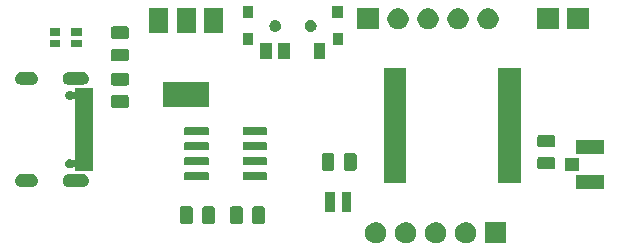
<source format=gbr>
G04 #@! TF.GenerationSoftware,KiCad,Pcbnew,5.1.5*
G04 #@! TF.CreationDate,2020-01-06T16:37:44-06:00*
G04 #@! TF.ProjectId,ATGM336H,4154474d-3333-4364-982e-6b696361645f,rev?*
G04 #@! TF.SameCoordinates,Original*
G04 #@! TF.FileFunction,Soldermask,Top*
G04 #@! TF.FilePolarity,Negative*
%FSLAX46Y46*%
G04 Gerber Fmt 4.6, Leading zero omitted, Abs format (unit mm)*
G04 Created by KiCad (PCBNEW 5.1.5) date 2020-01-06 16:37:44*
%MOMM*%
%LPD*%
G04 APERTURE LIST*
%ADD10C,0.100000*%
G04 APERTURE END LIST*
D10*
G36*
X148221000Y-74901000D02*
G01*
X146419000Y-74901000D01*
X146419000Y-73099000D01*
X148221000Y-73099000D01*
X148221000Y-74901000D01*
G37*
G36*
X142353512Y-73103927D02*
G01*
X142502812Y-73133624D01*
X142666784Y-73201544D01*
X142814354Y-73300147D01*
X142939853Y-73425646D01*
X143038456Y-73573216D01*
X143106376Y-73737188D01*
X143141000Y-73911259D01*
X143141000Y-74088741D01*
X143106376Y-74262812D01*
X143038456Y-74426784D01*
X142939853Y-74574354D01*
X142814354Y-74699853D01*
X142666784Y-74798456D01*
X142502812Y-74866376D01*
X142353512Y-74896073D01*
X142328742Y-74901000D01*
X142151258Y-74901000D01*
X142126488Y-74896073D01*
X141977188Y-74866376D01*
X141813216Y-74798456D01*
X141665646Y-74699853D01*
X141540147Y-74574354D01*
X141441544Y-74426784D01*
X141373624Y-74262812D01*
X141339000Y-74088741D01*
X141339000Y-73911259D01*
X141373624Y-73737188D01*
X141441544Y-73573216D01*
X141540147Y-73425646D01*
X141665646Y-73300147D01*
X141813216Y-73201544D01*
X141977188Y-73133624D01*
X142126488Y-73103927D01*
X142151258Y-73099000D01*
X142328742Y-73099000D01*
X142353512Y-73103927D01*
G37*
G36*
X139813512Y-73103927D02*
G01*
X139962812Y-73133624D01*
X140126784Y-73201544D01*
X140274354Y-73300147D01*
X140399853Y-73425646D01*
X140498456Y-73573216D01*
X140566376Y-73737188D01*
X140601000Y-73911259D01*
X140601000Y-74088741D01*
X140566376Y-74262812D01*
X140498456Y-74426784D01*
X140399853Y-74574354D01*
X140274354Y-74699853D01*
X140126784Y-74798456D01*
X139962812Y-74866376D01*
X139813512Y-74896073D01*
X139788742Y-74901000D01*
X139611258Y-74901000D01*
X139586488Y-74896073D01*
X139437188Y-74866376D01*
X139273216Y-74798456D01*
X139125646Y-74699853D01*
X139000147Y-74574354D01*
X138901544Y-74426784D01*
X138833624Y-74262812D01*
X138799000Y-74088741D01*
X138799000Y-73911259D01*
X138833624Y-73737188D01*
X138901544Y-73573216D01*
X139000147Y-73425646D01*
X139125646Y-73300147D01*
X139273216Y-73201544D01*
X139437188Y-73133624D01*
X139586488Y-73103927D01*
X139611258Y-73099000D01*
X139788742Y-73099000D01*
X139813512Y-73103927D01*
G37*
G36*
X137273512Y-73103927D02*
G01*
X137422812Y-73133624D01*
X137586784Y-73201544D01*
X137734354Y-73300147D01*
X137859853Y-73425646D01*
X137958456Y-73573216D01*
X138026376Y-73737188D01*
X138061000Y-73911259D01*
X138061000Y-74088741D01*
X138026376Y-74262812D01*
X137958456Y-74426784D01*
X137859853Y-74574354D01*
X137734354Y-74699853D01*
X137586784Y-74798456D01*
X137422812Y-74866376D01*
X137273512Y-74896073D01*
X137248742Y-74901000D01*
X137071258Y-74901000D01*
X137046488Y-74896073D01*
X136897188Y-74866376D01*
X136733216Y-74798456D01*
X136585646Y-74699853D01*
X136460147Y-74574354D01*
X136361544Y-74426784D01*
X136293624Y-74262812D01*
X136259000Y-74088741D01*
X136259000Y-73911259D01*
X136293624Y-73737188D01*
X136361544Y-73573216D01*
X136460147Y-73425646D01*
X136585646Y-73300147D01*
X136733216Y-73201544D01*
X136897188Y-73133624D01*
X137046488Y-73103927D01*
X137071258Y-73099000D01*
X137248742Y-73099000D01*
X137273512Y-73103927D01*
G37*
G36*
X144893512Y-73103927D02*
G01*
X145042812Y-73133624D01*
X145206784Y-73201544D01*
X145354354Y-73300147D01*
X145479853Y-73425646D01*
X145578456Y-73573216D01*
X145646376Y-73737188D01*
X145681000Y-73911259D01*
X145681000Y-74088741D01*
X145646376Y-74262812D01*
X145578456Y-74426784D01*
X145479853Y-74574354D01*
X145354354Y-74699853D01*
X145206784Y-74798456D01*
X145042812Y-74866376D01*
X144893512Y-74896073D01*
X144868742Y-74901000D01*
X144691258Y-74901000D01*
X144666488Y-74896073D01*
X144517188Y-74866376D01*
X144353216Y-74798456D01*
X144205646Y-74699853D01*
X144080147Y-74574354D01*
X143981544Y-74426784D01*
X143913624Y-74262812D01*
X143879000Y-74088741D01*
X143879000Y-73911259D01*
X143913624Y-73737188D01*
X143981544Y-73573216D01*
X144080147Y-73425646D01*
X144205646Y-73300147D01*
X144353216Y-73201544D01*
X144517188Y-73133624D01*
X144666488Y-73103927D01*
X144691258Y-73099000D01*
X144868742Y-73099000D01*
X144893512Y-73103927D01*
G37*
G36*
X121496968Y-71753565D02*
G01*
X121535638Y-71765296D01*
X121571277Y-71784346D01*
X121602517Y-71809983D01*
X121628154Y-71841223D01*
X121647204Y-71876862D01*
X121658935Y-71915532D01*
X121663500Y-71961888D01*
X121663500Y-73038112D01*
X121658935Y-73084468D01*
X121647204Y-73123138D01*
X121628154Y-73158777D01*
X121602517Y-73190017D01*
X121571277Y-73215654D01*
X121535638Y-73234704D01*
X121496968Y-73246435D01*
X121450612Y-73251000D01*
X120799388Y-73251000D01*
X120753032Y-73246435D01*
X120714362Y-73234704D01*
X120678723Y-73215654D01*
X120647483Y-73190017D01*
X120621846Y-73158777D01*
X120602796Y-73123138D01*
X120591065Y-73084468D01*
X120586500Y-73038112D01*
X120586500Y-71961888D01*
X120591065Y-71915532D01*
X120602796Y-71876862D01*
X120621846Y-71841223D01*
X120647483Y-71809983D01*
X120678723Y-71784346D01*
X120714362Y-71765296D01*
X120753032Y-71753565D01*
X120799388Y-71749000D01*
X121450612Y-71749000D01*
X121496968Y-71753565D01*
G37*
G36*
X123371968Y-71753565D02*
G01*
X123410638Y-71765296D01*
X123446277Y-71784346D01*
X123477517Y-71809983D01*
X123503154Y-71841223D01*
X123522204Y-71876862D01*
X123533935Y-71915532D01*
X123538500Y-71961888D01*
X123538500Y-73038112D01*
X123533935Y-73084468D01*
X123522204Y-73123138D01*
X123503154Y-73158777D01*
X123477517Y-73190017D01*
X123446277Y-73215654D01*
X123410638Y-73234704D01*
X123371968Y-73246435D01*
X123325612Y-73251000D01*
X122674388Y-73251000D01*
X122628032Y-73246435D01*
X122589362Y-73234704D01*
X122553723Y-73215654D01*
X122522483Y-73190017D01*
X122496846Y-73158777D01*
X122477796Y-73123138D01*
X122466065Y-73084468D01*
X122461500Y-73038112D01*
X122461500Y-71961888D01*
X122466065Y-71915532D01*
X122477796Y-71876862D01*
X122496846Y-71841223D01*
X122522483Y-71809983D01*
X122553723Y-71784346D01*
X122589362Y-71765296D01*
X122628032Y-71753565D01*
X122674388Y-71749000D01*
X123325612Y-71749000D01*
X123371968Y-71753565D01*
G37*
G36*
X127609468Y-71753565D02*
G01*
X127648138Y-71765296D01*
X127683777Y-71784346D01*
X127715017Y-71809983D01*
X127740654Y-71841223D01*
X127759704Y-71876862D01*
X127771435Y-71915532D01*
X127776000Y-71961888D01*
X127776000Y-73038112D01*
X127771435Y-73084468D01*
X127759704Y-73123138D01*
X127740654Y-73158777D01*
X127715017Y-73190017D01*
X127683777Y-73215654D01*
X127648138Y-73234704D01*
X127609468Y-73246435D01*
X127563112Y-73251000D01*
X126911888Y-73251000D01*
X126865532Y-73246435D01*
X126826862Y-73234704D01*
X126791223Y-73215654D01*
X126759983Y-73190017D01*
X126734346Y-73158777D01*
X126715296Y-73123138D01*
X126703565Y-73084468D01*
X126699000Y-73038112D01*
X126699000Y-71961888D01*
X126703565Y-71915532D01*
X126715296Y-71876862D01*
X126734346Y-71841223D01*
X126759983Y-71809983D01*
X126791223Y-71784346D01*
X126826862Y-71765296D01*
X126865532Y-71753565D01*
X126911888Y-71749000D01*
X127563112Y-71749000D01*
X127609468Y-71753565D01*
G37*
G36*
X125734468Y-71753565D02*
G01*
X125773138Y-71765296D01*
X125808777Y-71784346D01*
X125840017Y-71809983D01*
X125865654Y-71841223D01*
X125884704Y-71876862D01*
X125896435Y-71915532D01*
X125901000Y-71961888D01*
X125901000Y-73038112D01*
X125896435Y-73084468D01*
X125884704Y-73123138D01*
X125865654Y-73158777D01*
X125840017Y-73190017D01*
X125808777Y-73215654D01*
X125773138Y-73234704D01*
X125734468Y-73246435D01*
X125688112Y-73251000D01*
X125036888Y-73251000D01*
X124990532Y-73246435D01*
X124951862Y-73234704D01*
X124916223Y-73215654D01*
X124884983Y-73190017D01*
X124859346Y-73158777D01*
X124840296Y-73123138D01*
X124828565Y-73084468D01*
X124824000Y-73038112D01*
X124824000Y-71961888D01*
X124828565Y-71915532D01*
X124840296Y-71876862D01*
X124859346Y-71841223D01*
X124884983Y-71809983D01*
X124916223Y-71784346D01*
X124951862Y-71765296D01*
X124990532Y-71753565D01*
X125036888Y-71749000D01*
X125688112Y-71749000D01*
X125734468Y-71753565D01*
G37*
G36*
X133701000Y-72241000D02*
G01*
X132899000Y-72241000D01*
X132899000Y-70559000D01*
X133701000Y-70559000D01*
X133701000Y-72241000D01*
G37*
G36*
X135101000Y-72241000D02*
G01*
X134299000Y-72241000D01*
X134299000Y-70559000D01*
X135101000Y-70559000D01*
X135101000Y-72241000D01*
G37*
G36*
X156453500Y-70251000D02*
G01*
X154151500Y-70251000D01*
X154151500Y-69099000D01*
X156453500Y-69099000D01*
X156453500Y-70251000D01*
G37*
G36*
X108108015Y-69026973D02*
G01*
X108211879Y-69058479D01*
X108239055Y-69073005D01*
X108307600Y-69109643D01*
X108391501Y-69178499D01*
X108460357Y-69262400D01*
X108496995Y-69330945D01*
X108511521Y-69358121D01*
X108543027Y-69461985D01*
X108553666Y-69570000D01*
X108543027Y-69678015D01*
X108511521Y-69781879D01*
X108511519Y-69781882D01*
X108460357Y-69877600D01*
X108391501Y-69961501D01*
X108307600Y-70030357D01*
X108239055Y-70066995D01*
X108211879Y-70081521D01*
X108108015Y-70113027D01*
X108027067Y-70121000D01*
X107172933Y-70121000D01*
X107091985Y-70113027D01*
X106988121Y-70081521D01*
X106960945Y-70066995D01*
X106892400Y-70030357D01*
X106808499Y-69961501D01*
X106739643Y-69877600D01*
X106688481Y-69781882D01*
X106688479Y-69781879D01*
X106656973Y-69678015D01*
X106646334Y-69570000D01*
X106656973Y-69461985D01*
X106688479Y-69358121D01*
X106703005Y-69330945D01*
X106739643Y-69262400D01*
X106808499Y-69178499D01*
X106892400Y-69109643D01*
X106960945Y-69073005D01*
X106988121Y-69058479D01*
X107091985Y-69026973D01*
X107172933Y-69019000D01*
X108027067Y-69019000D01*
X108108015Y-69026973D01*
G37*
G36*
X112408015Y-69026973D02*
G01*
X112511879Y-69058479D01*
X112539055Y-69073005D01*
X112607600Y-69109643D01*
X112691501Y-69178499D01*
X112760357Y-69262400D01*
X112796995Y-69330945D01*
X112811521Y-69358121D01*
X112843027Y-69461985D01*
X112853666Y-69570000D01*
X112843027Y-69678015D01*
X112811521Y-69781879D01*
X112811519Y-69781882D01*
X112760357Y-69877600D01*
X112691501Y-69961501D01*
X112607600Y-70030357D01*
X112539055Y-70066995D01*
X112511879Y-70081521D01*
X112408015Y-70113027D01*
X112327067Y-70121000D01*
X111172933Y-70121000D01*
X111091985Y-70113027D01*
X110988121Y-70081521D01*
X110960945Y-70066995D01*
X110892400Y-70030357D01*
X110808499Y-69961501D01*
X110739643Y-69877600D01*
X110688481Y-69781882D01*
X110688479Y-69781879D01*
X110656973Y-69678015D01*
X110646334Y-69570000D01*
X110656973Y-69461985D01*
X110688479Y-69358121D01*
X110703005Y-69330945D01*
X110739643Y-69262400D01*
X110808499Y-69178499D01*
X110892400Y-69109643D01*
X110960945Y-69073005D01*
X110988121Y-69058479D01*
X111091985Y-69026973D01*
X111172933Y-69019000D01*
X112327067Y-69019000D01*
X112408015Y-69026973D01*
G37*
G36*
X149451000Y-69751000D02*
G01*
X147549000Y-69751000D01*
X147549000Y-60049000D01*
X149451000Y-60049000D01*
X149451000Y-69751000D01*
G37*
G36*
X139751000Y-69751000D02*
G01*
X137849000Y-69751000D01*
X137849000Y-60049000D01*
X139751000Y-60049000D01*
X139751000Y-69751000D01*
G37*
G36*
X122919928Y-68866764D02*
G01*
X122941009Y-68873160D01*
X122960445Y-68883548D01*
X122977476Y-68897524D01*
X122991452Y-68914555D01*
X123001840Y-68933991D01*
X123008236Y-68955072D01*
X123011000Y-68983140D01*
X123011000Y-69446860D01*
X123008236Y-69474928D01*
X123001840Y-69496009D01*
X122991452Y-69515445D01*
X122977476Y-69532476D01*
X122960445Y-69546452D01*
X122941009Y-69556840D01*
X122919928Y-69563236D01*
X122891860Y-69566000D01*
X121078140Y-69566000D01*
X121050072Y-69563236D01*
X121028991Y-69556840D01*
X121009555Y-69546452D01*
X120992524Y-69532476D01*
X120978548Y-69515445D01*
X120968160Y-69496009D01*
X120961764Y-69474928D01*
X120959000Y-69446860D01*
X120959000Y-68983140D01*
X120961764Y-68955072D01*
X120968160Y-68933991D01*
X120978548Y-68914555D01*
X120992524Y-68897524D01*
X121009555Y-68883548D01*
X121028991Y-68873160D01*
X121050072Y-68866764D01*
X121078140Y-68864000D01*
X122891860Y-68864000D01*
X122919928Y-68866764D01*
G37*
G36*
X127869928Y-68866764D02*
G01*
X127891009Y-68873160D01*
X127910445Y-68883548D01*
X127927476Y-68897524D01*
X127941452Y-68914555D01*
X127951840Y-68933991D01*
X127958236Y-68955072D01*
X127961000Y-68983140D01*
X127961000Y-69446860D01*
X127958236Y-69474928D01*
X127951840Y-69496009D01*
X127941452Y-69515445D01*
X127927476Y-69532476D01*
X127910445Y-69546452D01*
X127891009Y-69556840D01*
X127869928Y-69563236D01*
X127841860Y-69566000D01*
X126028140Y-69566000D01*
X126000072Y-69563236D01*
X125978991Y-69556840D01*
X125959555Y-69546452D01*
X125942524Y-69532476D01*
X125928548Y-69515445D01*
X125918160Y-69496009D01*
X125911764Y-69474928D01*
X125909000Y-69446860D01*
X125909000Y-68983140D01*
X125911764Y-68955072D01*
X125918160Y-68933991D01*
X125928548Y-68914555D01*
X125942524Y-68897524D01*
X125959555Y-68883548D01*
X125978991Y-68873160D01*
X126000072Y-68866764D01*
X126028140Y-68864000D01*
X127841860Y-68864000D01*
X127869928Y-68866764D01*
G37*
G36*
X133496968Y-67253565D02*
G01*
X133535638Y-67265296D01*
X133571277Y-67284346D01*
X133602517Y-67309983D01*
X133628154Y-67341223D01*
X133647204Y-67376862D01*
X133658935Y-67415532D01*
X133663500Y-67461888D01*
X133663500Y-68538112D01*
X133658935Y-68584468D01*
X133647204Y-68623138D01*
X133628154Y-68658777D01*
X133602517Y-68690017D01*
X133571277Y-68715654D01*
X133535638Y-68734704D01*
X133496968Y-68746435D01*
X133450612Y-68751000D01*
X132799388Y-68751000D01*
X132753032Y-68746435D01*
X132714362Y-68734704D01*
X132678723Y-68715654D01*
X132647483Y-68690017D01*
X132621846Y-68658777D01*
X132602796Y-68623138D01*
X132591065Y-68584468D01*
X132586500Y-68538112D01*
X132586500Y-67461888D01*
X132591065Y-67415532D01*
X132602796Y-67376862D01*
X132621846Y-67341223D01*
X132647483Y-67309983D01*
X132678723Y-67284346D01*
X132714362Y-67265296D01*
X132753032Y-67253565D01*
X132799388Y-67249000D01*
X133450612Y-67249000D01*
X133496968Y-67253565D01*
G37*
G36*
X154376000Y-68751000D02*
G01*
X153224000Y-68751000D01*
X153224000Y-67649000D01*
X154376000Y-67649000D01*
X154376000Y-68751000D01*
G37*
G36*
X113201000Y-68751000D02*
G01*
X111699000Y-68751000D01*
X111699000Y-68524518D01*
X111696598Y-68500132D01*
X111689485Y-68476683D01*
X111677934Y-68455072D01*
X111662389Y-68436130D01*
X111643447Y-68420585D01*
X111621836Y-68409034D01*
X111598387Y-68401921D01*
X111574001Y-68399519D01*
X111549615Y-68401921D01*
X111526166Y-68409034D01*
X111504555Y-68420585D01*
X111494473Y-68428859D01*
X111489687Y-68432057D01*
X111489686Y-68432058D01*
X111428103Y-68473207D01*
X111359675Y-68501550D01*
X111359674Y-68501550D01*
X111359672Y-68501551D01*
X111287034Y-68516000D01*
X111212966Y-68516000D01*
X111140328Y-68501551D01*
X111140326Y-68501550D01*
X111140325Y-68501550D01*
X111071897Y-68473207D01*
X111010314Y-68432058D01*
X110957942Y-68379686D01*
X110916793Y-68318103D01*
X110888450Y-68249675D01*
X110887609Y-68245445D01*
X110874000Y-68177034D01*
X110874000Y-68102966D01*
X110888449Y-68030328D01*
X110888450Y-68030325D01*
X110916793Y-67961897D01*
X110957942Y-67900314D01*
X111010314Y-67847942D01*
X111071897Y-67806793D01*
X111140325Y-67778450D01*
X111140326Y-67778450D01*
X111140328Y-67778449D01*
X111212966Y-67764000D01*
X111287034Y-67764000D01*
X111359672Y-67778449D01*
X111359674Y-67778450D01*
X111359675Y-67778450D01*
X111428103Y-67806793D01*
X111489686Y-67847942D01*
X111489687Y-67847943D01*
X111494473Y-67851141D01*
X111504555Y-67859415D01*
X111526166Y-67870966D01*
X111549615Y-67878079D01*
X111574001Y-67880481D01*
X111598387Y-67878079D01*
X111621836Y-67870966D01*
X111643447Y-67859415D01*
X111662389Y-67843870D01*
X111677934Y-67824928D01*
X111689485Y-67803317D01*
X111696598Y-67779868D01*
X111699000Y-67755482D01*
X111699000Y-62744518D01*
X111696598Y-62720132D01*
X111689485Y-62696683D01*
X111677934Y-62675072D01*
X111662389Y-62656130D01*
X111643447Y-62640585D01*
X111621836Y-62629034D01*
X111598387Y-62621921D01*
X111574001Y-62619519D01*
X111549615Y-62621921D01*
X111526166Y-62629034D01*
X111504555Y-62640585D01*
X111494473Y-62648859D01*
X111489687Y-62652057D01*
X111489686Y-62652058D01*
X111428103Y-62693207D01*
X111359675Y-62721550D01*
X111359674Y-62721550D01*
X111359672Y-62721551D01*
X111287034Y-62736000D01*
X111212966Y-62736000D01*
X111140328Y-62721551D01*
X111140326Y-62721550D01*
X111140325Y-62721550D01*
X111071897Y-62693207D01*
X111010314Y-62652058D01*
X110957942Y-62599686D01*
X110916793Y-62538103D01*
X110888450Y-62469675D01*
X110874090Y-62397483D01*
X110874000Y-62397034D01*
X110874000Y-62322966D01*
X110888449Y-62250328D01*
X110888999Y-62249000D01*
X110916793Y-62181897D01*
X110957942Y-62120314D01*
X111010314Y-62067942D01*
X111071897Y-62026793D01*
X111140325Y-61998450D01*
X111140326Y-61998450D01*
X111140328Y-61998449D01*
X111212966Y-61984000D01*
X111287034Y-61984000D01*
X111359672Y-61998449D01*
X111359674Y-61998450D01*
X111359675Y-61998450D01*
X111428103Y-62026793D01*
X111489686Y-62067942D01*
X111489687Y-62067943D01*
X111494473Y-62071141D01*
X111504555Y-62079415D01*
X111526166Y-62090966D01*
X111549615Y-62098079D01*
X111574001Y-62100481D01*
X111598387Y-62098079D01*
X111621836Y-62090966D01*
X111643447Y-62079415D01*
X111662389Y-62063870D01*
X111677934Y-62044928D01*
X111689485Y-62023317D01*
X111696598Y-61999868D01*
X111699000Y-61975482D01*
X111699000Y-61749000D01*
X113201000Y-61749000D01*
X113201000Y-68751000D01*
G37*
G36*
X135371968Y-67253565D02*
G01*
X135410638Y-67265296D01*
X135446277Y-67284346D01*
X135477517Y-67309983D01*
X135503154Y-67341223D01*
X135522204Y-67376862D01*
X135533935Y-67415532D01*
X135538500Y-67461888D01*
X135538500Y-68538112D01*
X135533935Y-68584468D01*
X135522204Y-68623138D01*
X135503154Y-68658777D01*
X135477517Y-68690017D01*
X135446277Y-68715654D01*
X135410638Y-68734704D01*
X135371968Y-68746435D01*
X135325612Y-68751000D01*
X134674388Y-68751000D01*
X134628032Y-68746435D01*
X134589362Y-68734704D01*
X134553723Y-68715654D01*
X134522483Y-68690017D01*
X134496846Y-68658777D01*
X134477796Y-68623138D01*
X134466065Y-68584468D01*
X134461500Y-68538112D01*
X134461500Y-67461888D01*
X134466065Y-67415532D01*
X134477796Y-67376862D01*
X134496846Y-67341223D01*
X134522483Y-67309983D01*
X134553723Y-67284346D01*
X134589362Y-67265296D01*
X134628032Y-67253565D01*
X134674388Y-67249000D01*
X135325612Y-67249000D01*
X135371968Y-67253565D01*
G37*
G36*
X152184468Y-67566065D02*
G01*
X152223138Y-67577796D01*
X152258777Y-67596846D01*
X152290017Y-67622483D01*
X152315654Y-67653723D01*
X152334704Y-67689362D01*
X152346435Y-67728032D01*
X152351000Y-67774388D01*
X152351000Y-68425612D01*
X152346435Y-68471968D01*
X152334704Y-68510638D01*
X152315654Y-68546277D01*
X152290017Y-68577517D01*
X152258777Y-68603154D01*
X152223138Y-68622204D01*
X152184468Y-68633935D01*
X152138112Y-68638500D01*
X151061888Y-68638500D01*
X151015532Y-68633935D01*
X150976862Y-68622204D01*
X150941223Y-68603154D01*
X150909983Y-68577517D01*
X150884346Y-68546277D01*
X150865296Y-68510638D01*
X150853565Y-68471968D01*
X150849000Y-68425612D01*
X150849000Y-67774388D01*
X150853565Y-67728032D01*
X150865296Y-67689362D01*
X150884346Y-67653723D01*
X150909983Y-67622483D01*
X150941223Y-67596846D01*
X150976862Y-67577796D01*
X151015532Y-67566065D01*
X151061888Y-67561500D01*
X152138112Y-67561500D01*
X152184468Y-67566065D01*
G37*
G36*
X122919928Y-67596764D02*
G01*
X122941009Y-67603160D01*
X122960445Y-67613548D01*
X122977476Y-67627524D01*
X122991452Y-67644555D01*
X123001840Y-67663991D01*
X123008236Y-67685072D01*
X123011000Y-67713140D01*
X123011000Y-68176860D01*
X123008236Y-68204928D01*
X123001840Y-68226009D01*
X122991452Y-68245445D01*
X122977476Y-68262476D01*
X122960445Y-68276452D01*
X122941009Y-68286840D01*
X122919928Y-68293236D01*
X122891860Y-68296000D01*
X121078140Y-68296000D01*
X121050072Y-68293236D01*
X121028991Y-68286840D01*
X121009555Y-68276452D01*
X120992524Y-68262476D01*
X120978548Y-68245445D01*
X120968160Y-68226009D01*
X120961764Y-68204928D01*
X120959000Y-68176860D01*
X120959000Y-67713140D01*
X120961764Y-67685072D01*
X120968160Y-67663991D01*
X120978548Y-67644555D01*
X120992524Y-67627524D01*
X121009555Y-67613548D01*
X121028991Y-67603160D01*
X121050072Y-67596764D01*
X121078140Y-67594000D01*
X122891860Y-67594000D01*
X122919928Y-67596764D01*
G37*
G36*
X127869928Y-67596764D02*
G01*
X127891009Y-67603160D01*
X127910445Y-67613548D01*
X127927476Y-67627524D01*
X127941452Y-67644555D01*
X127951840Y-67663991D01*
X127958236Y-67685072D01*
X127961000Y-67713140D01*
X127961000Y-68176860D01*
X127958236Y-68204928D01*
X127951840Y-68226009D01*
X127941452Y-68245445D01*
X127927476Y-68262476D01*
X127910445Y-68276452D01*
X127891009Y-68286840D01*
X127869928Y-68293236D01*
X127841860Y-68296000D01*
X126028140Y-68296000D01*
X126000072Y-68293236D01*
X125978991Y-68286840D01*
X125959555Y-68276452D01*
X125942524Y-68262476D01*
X125928548Y-68245445D01*
X125918160Y-68226009D01*
X125911764Y-68204928D01*
X125909000Y-68176860D01*
X125909000Y-67713140D01*
X125911764Y-67685072D01*
X125918160Y-67663991D01*
X125928548Y-67644555D01*
X125942524Y-67627524D01*
X125959555Y-67613548D01*
X125978991Y-67603160D01*
X126000072Y-67596764D01*
X126028140Y-67594000D01*
X127841860Y-67594000D01*
X127869928Y-67596764D01*
G37*
G36*
X156453500Y-67301000D02*
G01*
X154151500Y-67301000D01*
X154151500Y-66149000D01*
X156453500Y-66149000D01*
X156453500Y-67301000D01*
G37*
G36*
X127869928Y-66326764D02*
G01*
X127891009Y-66333160D01*
X127910445Y-66343548D01*
X127927476Y-66357524D01*
X127941452Y-66374555D01*
X127951840Y-66393991D01*
X127958236Y-66415072D01*
X127961000Y-66443140D01*
X127961000Y-66906860D01*
X127958236Y-66934928D01*
X127951840Y-66956009D01*
X127941452Y-66975445D01*
X127927476Y-66992476D01*
X127910445Y-67006452D01*
X127891009Y-67016840D01*
X127869928Y-67023236D01*
X127841860Y-67026000D01*
X126028140Y-67026000D01*
X126000072Y-67023236D01*
X125978991Y-67016840D01*
X125959555Y-67006452D01*
X125942524Y-66992476D01*
X125928548Y-66975445D01*
X125918160Y-66956009D01*
X125911764Y-66934928D01*
X125909000Y-66906860D01*
X125909000Y-66443140D01*
X125911764Y-66415072D01*
X125918160Y-66393991D01*
X125928548Y-66374555D01*
X125942524Y-66357524D01*
X125959555Y-66343548D01*
X125978991Y-66333160D01*
X126000072Y-66326764D01*
X126028140Y-66324000D01*
X127841860Y-66324000D01*
X127869928Y-66326764D01*
G37*
G36*
X122919928Y-66326764D02*
G01*
X122941009Y-66333160D01*
X122960445Y-66343548D01*
X122977476Y-66357524D01*
X122991452Y-66374555D01*
X123001840Y-66393991D01*
X123008236Y-66415072D01*
X123011000Y-66443140D01*
X123011000Y-66906860D01*
X123008236Y-66934928D01*
X123001840Y-66956009D01*
X122991452Y-66975445D01*
X122977476Y-66992476D01*
X122960445Y-67006452D01*
X122941009Y-67016840D01*
X122919928Y-67023236D01*
X122891860Y-67026000D01*
X121078140Y-67026000D01*
X121050072Y-67023236D01*
X121028991Y-67016840D01*
X121009555Y-67006452D01*
X120992524Y-66992476D01*
X120978548Y-66975445D01*
X120968160Y-66956009D01*
X120961764Y-66934928D01*
X120959000Y-66906860D01*
X120959000Y-66443140D01*
X120961764Y-66415072D01*
X120968160Y-66393991D01*
X120978548Y-66374555D01*
X120992524Y-66357524D01*
X121009555Y-66343548D01*
X121028991Y-66333160D01*
X121050072Y-66326764D01*
X121078140Y-66324000D01*
X122891860Y-66324000D01*
X122919928Y-66326764D01*
G37*
G36*
X152184468Y-65691065D02*
G01*
X152223138Y-65702796D01*
X152258777Y-65721846D01*
X152290017Y-65747483D01*
X152315654Y-65778723D01*
X152334704Y-65814362D01*
X152346435Y-65853032D01*
X152351000Y-65899388D01*
X152351000Y-66550612D01*
X152346435Y-66596968D01*
X152334704Y-66635638D01*
X152315654Y-66671277D01*
X152290017Y-66702517D01*
X152258777Y-66728154D01*
X152223138Y-66747204D01*
X152184468Y-66758935D01*
X152138112Y-66763500D01*
X151061888Y-66763500D01*
X151015532Y-66758935D01*
X150976862Y-66747204D01*
X150941223Y-66728154D01*
X150909983Y-66702517D01*
X150884346Y-66671277D01*
X150865296Y-66635638D01*
X150853565Y-66596968D01*
X150849000Y-66550612D01*
X150849000Y-65899388D01*
X150853565Y-65853032D01*
X150865296Y-65814362D01*
X150884346Y-65778723D01*
X150909983Y-65747483D01*
X150941223Y-65721846D01*
X150976862Y-65702796D01*
X151015532Y-65691065D01*
X151061888Y-65686500D01*
X152138112Y-65686500D01*
X152184468Y-65691065D01*
G37*
G36*
X127869928Y-65056764D02*
G01*
X127891009Y-65063160D01*
X127910445Y-65073548D01*
X127927476Y-65087524D01*
X127941452Y-65104555D01*
X127951840Y-65123991D01*
X127958236Y-65145072D01*
X127961000Y-65173140D01*
X127961000Y-65636860D01*
X127958236Y-65664928D01*
X127951840Y-65686009D01*
X127941452Y-65705445D01*
X127927476Y-65722476D01*
X127910445Y-65736452D01*
X127891009Y-65746840D01*
X127869928Y-65753236D01*
X127841860Y-65756000D01*
X126028140Y-65756000D01*
X126000072Y-65753236D01*
X125978991Y-65746840D01*
X125959555Y-65736452D01*
X125942524Y-65722476D01*
X125928548Y-65705445D01*
X125918160Y-65686009D01*
X125911764Y-65664928D01*
X125909000Y-65636860D01*
X125909000Y-65173140D01*
X125911764Y-65145072D01*
X125918160Y-65123991D01*
X125928548Y-65104555D01*
X125942524Y-65087524D01*
X125959555Y-65073548D01*
X125978991Y-65063160D01*
X126000072Y-65056764D01*
X126028140Y-65054000D01*
X127841860Y-65054000D01*
X127869928Y-65056764D01*
G37*
G36*
X122919928Y-65056764D02*
G01*
X122941009Y-65063160D01*
X122960445Y-65073548D01*
X122977476Y-65087524D01*
X122991452Y-65104555D01*
X123001840Y-65123991D01*
X123008236Y-65145072D01*
X123011000Y-65173140D01*
X123011000Y-65636860D01*
X123008236Y-65664928D01*
X123001840Y-65686009D01*
X122991452Y-65705445D01*
X122977476Y-65722476D01*
X122960445Y-65736452D01*
X122941009Y-65746840D01*
X122919928Y-65753236D01*
X122891860Y-65756000D01*
X121078140Y-65756000D01*
X121050072Y-65753236D01*
X121028991Y-65746840D01*
X121009555Y-65736452D01*
X120992524Y-65722476D01*
X120978548Y-65705445D01*
X120968160Y-65686009D01*
X120961764Y-65664928D01*
X120959000Y-65636860D01*
X120959000Y-65173140D01*
X120961764Y-65145072D01*
X120968160Y-65123991D01*
X120978548Y-65104555D01*
X120992524Y-65087524D01*
X121009555Y-65073548D01*
X121028991Y-65063160D01*
X121050072Y-65056764D01*
X121078140Y-65054000D01*
X122891860Y-65054000D01*
X122919928Y-65056764D01*
G37*
G36*
X116084468Y-62341065D02*
G01*
X116123138Y-62352796D01*
X116158777Y-62371846D01*
X116190017Y-62397483D01*
X116215654Y-62428723D01*
X116234704Y-62464362D01*
X116246435Y-62503032D01*
X116251000Y-62549388D01*
X116251000Y-63200612D01*
X116246435Y-63246968D01*
X116234704Y-63285638D01*
X116215654Y-63321277D01*
X116190017Y-63352517D01*
X116158777Y-63378154D01*
X116123138Y-63397204D01*
X116084468Y-63408935D01*
X116038112Y-63413500D01*
X114961888Y-63413500D01*
X114915532Y-63408935D01*
X114876862Y-63397204D01*
X114841223Y-63378154D01*
X114809983Y-63352517D01*
X114784346Y-63321277D01*
X114765296Y-63285638D01*
X114753565Y-63246968D01*
X114749000Y-63200612D01*
X114749000Y-62549388D01*
X114753565Y-62503032D01*
X114765296Y-62464362D01*
X114784346Y-62428723D01*
X114809983Y-62397483D01*
X114841223Y-62371846D01*
X114876862Y-62352796D01*
X114915532Y-62341065D01*
X114961888Y-62336500D01*
X116038112Y-62336500D01*
X116084468Y-62341065D01*
G37*
G36*
X123051000Y-63351000D02*
G01*
X119149000Y-63351000D01*
X119149000Y-61249000D01*
X123051000Y-61249000D01*
X123051000Y-63351000D01*
G37*
G36*
X116084468Y-60466065D02*
G01*
X116123138Y-60477796D01*
X116158777Y-60496846D01*
X116190017Y-60522483D01*
X116215654Y-60553723D01*
X116234704Y-60589362D01*
X116246435Y-60628032D01*
X116251000Y-60674388D01*
X116251000Y-61325612D01*
X116246435Y-61371968D01*
X116234704Y-61410638D01*
X116215654Y-61446277D01*
X116190017Y-61477517D01*
X116158777Y-61503154D01*
X116123138Y-61522204D01*
X116084468Y-61533935D01*
X116038112Y-61538500D01*
X114961888Y-61538500D01*
X114915532Y-61533935D01*
X114876862Y-61522204D01*
X114841223Y-61503154D01*
X114809983Y-61477517D01*
X114784346Y-61446277D01*
X114765296Y-61410638D01*
X114753565Y-61371968D01*
X114749000Y-61325612D01*
X114749000Y-60674388D01*
X114753565Y-60628032D01*
X114765296Y-60589362D01*
X114784346Y-60553723D01*
X114809983Y-60522483D01*
X114841223Y-60496846D01*
X114876862Y-60477796D01*
X114915532Y-60466065D01*
X114961888Y-60461500D01*
X116038112Y-60461500D01*
X116084468Y-60466065D01*
G37*
G36*
X112408015Y-60386973D02*
G01*
X112511879Y-60418479D01*
X112539055Y-60433005D01*
X112607600Y-60469643D01*
X112691501Y-60538499D01*
X112760357Y-60622400D01*
X112788145Y-60674388D01*
X112811521Y-60718121D01*
X112843027Y-60821985D01*
X112853666Y-60930000D01*
X112843027Y-61038015D01*
X112811521Y-61141879D01*
X112796995Y-61169055D01*
X112760357Y-61237600D01*
X112691501Y-61321501D01*
X112607600Y-61390357D01*
X112554317Y-61418837D01*
X112511879Y-61441521D01*
X112408015Y-61473027D01*
X112327067Y-61481000D01*
X111172933Y-61481000D01*
X111091985Y-61473027D01*
X110988121Y-61441521D01*
X110945683Y-61418837D01*
X110892400Y-61390357D01*
X110808499Y-61321501D01*
X110739643Y-61237600D01*
X110703005Y-61169055D01*
X110688479Y-61141879D01*
X110656973Y-61038015D01*
X110646334Y-60930000D01*
X110656973Y-60821985D01*
X110688479Y-60718121D01*
X110711855Y-60674388D01*
X110739643Y-60622400D01*
X110808499Y-60538499D01*
X110892400Y-60469643D01*
X110960945Y-60433005D01*
X110988121Y-60418479D01*
X111091985Y-60386973D01*
X111172933Y-60379000D01*
X112327067Y-60379000D01*
X112408015Y-60386973D01*
G37*
G36*
X108108015Y-60386973D02*
G01*
X108211879Y-60418479D01*
X108239055Y-60433005D01*
X108307600Y-60469643D01*
X108391501Y-60538499D01*
X108460357Y-60622400D01*
X108488145Y-60674388D01*
X108511521Y-60718121D01*
X108543027Y-60821985D01*
X108553666Y-60930000D01*
X108543027Y-61038015D01*
X108511521Y-61141879D01*
X108496995Y-61169055D01*
X108460357Y-61237600D01*
X108391501Y-61321501D01*
X108307600Y-61390357D01*
X108254317Y-61418837D01*
X108211879Y-61441521D01*
X108108015Y-61473027D01*
X108027067Y-61481000D01*
X107172933Y-61481000D01*
X107091985Y-61473027D01*
X106988121Y-61441521D01*
X106945683Y-61418837D01*
X106892400Y-61390357D01*
X106808499Y-61321501D01*
X106739643Y-61237600D01*
X106703005Y-61169055D01*
X106688479Y-61141879D01*
X106656973Y-61038015D01*
X106646334Y-60930000D01*
X106656973Y-60821985D01*
X106688479Y-60718121D01*
X106711855Y-60674388D01*
X106739643Y-60622400D01*
X106808499Y-60538499D01*
X106892400Y-60469643D01*
X106960945Y-60433005D01*
X106988121Y-60418479D01*
X107091985Y-60386973D01*
X107172933Y-60379000D01*
X108027067Y-60379000D01*
X108108015Y-60386973D01*
G37*
G36*
X116084468Y-58403565D02*
G01*
X116123138Y-58415296D01*
X116158777Y-58434346D01*
X116190017Y-58459983D01*
X116215654Y-58491223D01*
X116234704Y-58526862D01*
X116246435Y-58565532D01*
X116251000Y-58611888D01*
X116251000Y-59263112D01*
X116246435Y-59309468D01*
X116234704Y-59348138D01*
X116215654Y-59383777D01*
X116190017Y-59415017D01*
X116158777Y-59440654D01*
X116123138Y-59459704D01*
X116084468Y-59471435D01*
X116038112Y-59476000D01*
X114961888Y-59476000D01*
X114915532Y-59471435D01*
X114876862Y-59459704D01*
X114841223Y-59440654D01*
X114809983Y-59415017D01*
X114784346Y-59383777D01*
X114765296Y-59348138D01*
X114753565Y-59309468D01*
X114749000Y-59263112D01*
X114749000Y-58611888D01*
X114753565Y-58565532D01*
X114765296Y-58526862D01*
X114784346Y-58491223D01*
X114809983Y-58459983D01*
X114841223Y-58434346D01*
X114876862Y-58415296D01*
X114915532Y-58403565D01*
X114961888Y-58399000D01*
X116038112Y-58399000D01*
X116084468Y-58403565D01*
G37*
G36*
X132901000Y-59276000D02*
G01*
X131899000Y-59276000D01*
X131899000Y-57924000D01*
X132901000Y-57924000D01*
X132901000Y-59276000D01*
G37*
G36*
X128401000Y-59276000D02*
G01*
X127399000Y-59276000D01*
X127399000Y-57924000D01*
X128401000Y-57924000D01*
X128401000Y-59276000D01*
G37*
G36*
X129901000Y-59276000D02*
G01*
X128899000Y-59276000D01*
X128899000Y-57924000D01*
X129901000Y-57924000D01*
X129901000Y-59276000D01*
G37*
G36*
X112251000Y-58301000D02*
G01*
X111349000Y-58301000D01*
X111349000Y-57699000D01*
X112251000Y-57699000D01*
X112251000Y-58301000D01*
G37*
G36*
X110451000Y-58301000D02*
G01*
X109549000Y-58301000D01*
X109549000Y-57699000D01*
X110451000Y-57699000D01*
X110451000Y-58301000D01*
G37*
G36*
X126801000Y-58126000D02*
G01*
X125899000Y-58126000D01*
X125899000Y-57124000D01*
X126801000Y-57124000D01*
X126801000Y-58126000D01*
G37*
G36*
X134411000Y-58126000D02*
G01*
X133509000Y-58126000D01*
X133509000Y-57124000D01*
X134411000Y-57124000D01*
X134411000Y-58126000D01*
G37*
G36*
X116084468Y-56528565D02*
G01*
X116123138Y-56540296D01*
X116158777Y-56559346D01*
X116190017Y-56584983D01*
X116215654Y-56616223D01*
X116234704Y-56651862D01*
X116246435Y-56690532D01*
X116251000Y-56736888D01*
X116251000Y-57388112D01*
X116246435Y-57434468D01*
X116234704Y-57473138D01*
X116215654Y-57508777D01*
X116190017Y-57540017D01*
X116158777Y-57565654D01*
X116123138Y-57584704D01*
X116084468Y-57596435D01*
X116038112Y-57601000D01*
X114961888Y-57601000D01*
X114915532Y-57596435D01*
X114876862Y-57584704D01*
X114841223Y-57565654D01*
X114809983Y-57540017D01*
X114784346Y-57508777D01*
X114765296Y-57473138D01*
X114753565Y-57434468D01*
X114749000Y-57388112D01*
X114749000Y-56736888D01*
X114753565Y-56690532D01*
X114765296Y-56651862D01*
X114784346Y-56616223D01*
X114809983Y-56584983D01*
X114841223Y-56559346D01*
X114876862Y-56540296D01*
X114915532Y-56528565D01*
X114961888Y-56524000D01*
X116038112Y-56524000D01*
X116084468Y-56528565D01*
G37*
G36*
X112251000Y-57301000D02*
G01*
X111349000Y-57301000D01*
X111349000Y-56699000D01*
X112251000Y-56699000D01*
X112251000Y-57301000D01*
G37*
G36*
X110451000Y-57301000D02*
G01*
X109549000Y-57301000D01*
X109549000Y-56699000D01*
X110451000Y-56699000D01*
X110451000Y-57301000D01*
G37*
G36*
X121901000Y-57051000D02*
G01*
X120299000Y-57051000D01*
X120299000Y-54949000D01*
X121901000Y-54949000D01*
X121901000Y-57051000D01*
G37*
G36*
X124201000Y-57051000D02*
G01*
X122599000Y-57051000D01*
X122599000Y-54949000D01*
X124201000Y-54949000D01*
X124201000Y-57051000D01*
G37*
G36*
X119601000Y-57051000D02*
G01*
X117999000Y-57051000D01*
X117999000Y-54949000D01*
X119601000Y-54949000D01*
X119601000Y-57051000D01*
G37*
G36*
X131747740Y-55983627D02*
G01*
X131796136Y-55993253D01*
X131833902Y-56008896D01*
X131887311Y-56031019D01*
X131887312Y-56031020D01*
X131969369Y-56085848D01*
X132039152Y-56155631D01*
X132039153Y-56155633D01*
X132093981Y-56237689D01*
X132131747Y-56328865D01*
X132151000Y-56425655D01*
X132151000Y-56524345D01*
X132131747Y-56621135D01*
X132093981Y-56712311D01*
X132066752Y-56753062D01*
X132039152Y-56794369D01*
X131969369Y-56864152D01*
X131928062Y-56891752D01*
X131887311Y-56918981D01*
X131833902Y-56941104D01*
X131796136Y-56956747D01*
X131747740Y-56966374D01*
X131699345Y-56976000D01*
X131600655Y-56976000D01*
X131552260Y-56966374D01*
X131503864Y-56956747D01*
X131466098Y-56941104D01*
X131412689Y-56918981D01*
X131371938Y-56891752D01*
X131330631Y-56864152D01*
X131260848Y-56794369D01*
X131233248Y-56753062D01*
X131206019Y-56712311D01*
X131168253Y-56621135D01*
X131149000Y-56524345D01*
X131149000Y-56425655D01*
X131168253Y-56328865D01*
X131206019Y-56237689D01*
X131260847Y-56155633D01*
X131260848Y-56155631D01*
X131330631Y-56085848D01*
X131412688Y-56031020D01*
X131412689Y-56031019D01*
X131466098Y-56008896D01*
X131503864Y-55993253D01*
X131552260Y-55983627D01*
X131600655Y-55974000D01*
X131699345Y-55974000D01*
X131747740Y-55983627D01*
G37*
G36*
X128747740Y-55983627D02*
G01*
X128796136Y-55993253D01*
X128833902Y-56008896D01*
X128887311Y-56031019D01*
X128887312Y-56031020D01*
X128969369Y-56085848D01*
X129039152Y-56155631D01*
X129039153Y-56155633D01*
X129093981Y-56237689D01*
X129131747Y-56328865D01*
X129151000Y-56425655D01*
X129151000Y-56524345D01*
X129131747Y-56621135D01*
X129093981Y-56712311D01*
X129066752Y-56753062D01*
X129039152Y-56794369D01*
X128969369Y-56864152D01*
X128928062Y-56891752D01*
X128887311Y-56918981D01*
X128833902Y-56941104D01*
X128796136Y-56956747D01*
X128747740Y-56966374D01*
X128699345Y-56976000D01*
X128600655Y-56976000D01*
X128552260Y-56966374D01*
X128503864Y-56956747D01*
X128466098Y-56941104D01*
X128412689Y-56918981D01*
X128371938Y-56891752D01*
X128330631Y-56864152D01*
X128260848Y-56794369D01*
X128233248Y-56753062D01*
X128206019Y-56712311D01*
X128168253Y-56621135D01*
X128149000Y-56524345D01*
X128149000Y-56425655D01*
X128168253Y-56328865D01*
X128206019Y-56237689D01*
X128260847Y-56155633D01*
X128260848Y-56155631D01*
X128330631Y-56085848D01*
X128412688Y-56031020D01*
X128412689Y-56031019D01*
X128466098Y-56008896D01*
X128503864Y-55993253D01*
X128552260Y-55983627D01*
X128600655Y-55974000D01*
X128699345Y-55974000D01*
X128747740Y-55983627D01*
G37*
G36*
X152640600Y-56781000D02*
G01*
X150838600Y-56781000D01*
X150838600Y-54979000D01*
X152640600Y-54979000D01*
X152640600Y-56781000D01*
G37*
G36*
X146773512Y-54983927D02*
G01*
X146922812Y-55013624D01*
X147086784Y-55081544D01*
X147234354Y-55180147D01*
X147359853Y-55305646D01*
X147458456Y-55453216D01*
X147526376Y-55617188D01*
X147561000Y-55791259D01*
X147561000Y-55968741D01*
X147526376Y-56142812D01*
X147458456Y-56306784D01*
X147359853Y-56454354D01*
X147234354Y-56579853D01*
X147086784Y-56678456D01*
X146922812Y-56746376D01*
X146773512Y-56776073D01*
X146748742Y-56781000D01*
X146571258Y-56781000D01*
X146546488Y-56776073D01*
X146397188Y-56746376D01*
X146233216Y-56678456D01*
X146085646Y-56579853D01*
X145960147Y-56454354D01*
X145861544Y-56306784D01*
X145793624Y-56142812D01*
X145759000Y-55968741D01*
X145759000Y-55791259D01*
X145793624Y-55617188D01*
X145861544Y-55453216D01*
X145960147Y-55305646D01*
X146085646Y-55180147D01*
X146233216Y-55081544D01*
X146397188Y-55013624D01*
X146546488Y-54983927D01*
X146571258Y-54979000D01*
X146748742Y-54979000D01*
X146773512Y-54983927D01*
G37*
G36*
X155180600Y-56781000D02*
G01*
X153378600Y-56781000D01*
X153378600Y-54979000D01*
X155180600Y-54979000D01*
X155180600Y-56781000D01*
G37*
G36*
X137401000Y-56781000D02*
G01*
X135599000Y-56781000D01*
X135599000Y-54979000D01*
X137401000Y-54979000D01*
X137401000Y-56781000D01*
G37*
G36*
X139153512Y-54983927D02*
G01*
X139302812Y-55013624D01*
X139466784Y-55081544D01*
X139614354Y-55180147D01*
X139739853Y-55305646D01*
X139838456Y-55453216D01*
X139906376Y-55617188D01*
X139941000Y-55791259D01*
X139941000Y-55968741D01*
X139906376Y-56142812D01*
X139838456Y-56306784D01*
X139739853Y-56454354D01*
X139614354Y-56579853D01*
X139466784Y-56678456D01*
X139302812Y-56746376D01*
X139153512Y-56776073D01*
X139128742Y-56781000D01*
X138951258Y-56781000D01*
X138926488Y-56776073D01*
X138777188Y-56746376D01*
X138613216Y-56678456D01*
X138465646Y-56579853D01*
X138340147Y-56454354D01*
X138241544Y-56306784D01*
X138173624Y-56142812D01*
X138139000Y-55968741D01*
X138139000Y-55791259D01*
X138173624Y-55617188D01*
X138241544Y-55453216D01*
X138340147Y-55305646D01*
X138465646Y-55180147D01*
X138613216Y-55081544D01*
X138777188Y-55013624D01*
X138926488Y-54983927D01*
X138951258Y-54979000D01*
X139128742Y-54979000D01*
X139153512Y-54983927D01*
G37*
G36*
X141693512Y-54983927D02*
G01*
X141842812Y-55013624D01*
X142006784Y-55081544D01*
X142154354Y-55180147D01*
X142279853Y-55305646D01*
X142378456Y-55453216D01*
X142446376Y-55617188D01*
X142481000Y-55791259D01*
X142481000Y-55968741D01*
X142446376Y-56142812D01*
X142378456Y-56306784D01*
X142279853Y-56454354D01*
X142154354Y-56579853D01*
X142006784Y-56678456D01*
X141842812Y-56746376D01*
X141693512Y-56776073D01*
X141668742Y-56781000D01*
X141491258Y-56781000D01*
X141466488Y-56776073D01*
X141317188Y-56746376D01*
X141153216Y-56678456D01*
X141005646Y-56579853D01*
X140880147Y-56454354D01*
X140781544Y-56306784D01*
X140713624Y-56142812D01*
X140679000Y-55968741D01*
X140679000Y-55791259D01*
X140713624Y-55617188D01*
X140781544Y-55453216D01*
X140880147Y-55305646D01*
X141005646Y-55180147D01*
X141153216Y-55081544D01*
X141317188Y-55013624D01*
X141466488Y-54983927D01*
X141491258Y-54979000D01*
X141668742Y-54979000D01*
X141693512Y-54983927D01*
G37*
G36*
X144233512Y-54983927D02*
G01*
X144382812Y-55013624D01*
X144546784Y-55081544D01*
X144694354Y-55180147D01*
X144819853Y-55305646D01*
X144918456Y-55453216D01*
X144986376Y-55617188D01*
X145021000Y-55791259D01*
X145021000Y-55968741D01*
X144986376Y-56142812D01*
X144918456Y-56306784D01*
X144819853Y-56454354D01*
X144694354Y-56579853D01*
X144546784Y-56678456D01*
X144382812Y-56746376D01*
X144233512Y-56776073D01*
X144208742Y-56781000D01*
X144031258Y-56781000D01*
X144006488Y-56776073D01*
X143857188Y-56746376D01*
X143693216Y-56678456D01*
X143545646Y-56579853D01*
X143420147Y-56454354D01*
X143321544Y-56306784D01*
X143253624Y-56142812D01*
X143219000Y-55968741D01*
X143219000Y-55791259D01*
X143253624Y-55617188D01*
X143321544Y-55453216D01*
X143420147Y-55305646D01*
X143545646Y-55180147D01*
X143693216Y-55081544D01*
X143857188Y-55013624D01*
X144006488Y-54983927D01*
X144031258Y-54979000D01*
X144208742Y-54979000D01*
X144233512Y-54983927D01*
G37*
G36*
X126801000Y-55826000D02*
G01*
X125899000Y-55826000D01*
X125899000Y-54824000D01*
X126801000Y-54824000D01*
X126801000Y-55826000D01*
G37*
G36*
X134401000Y-55826000D02*
G01*
X133499000Y-55826000D01*
X133499000Y-54824000D01*
X134401000Y-54824000D01*
X134401000Y-55826000D01*
G37*
M02*

</source>
